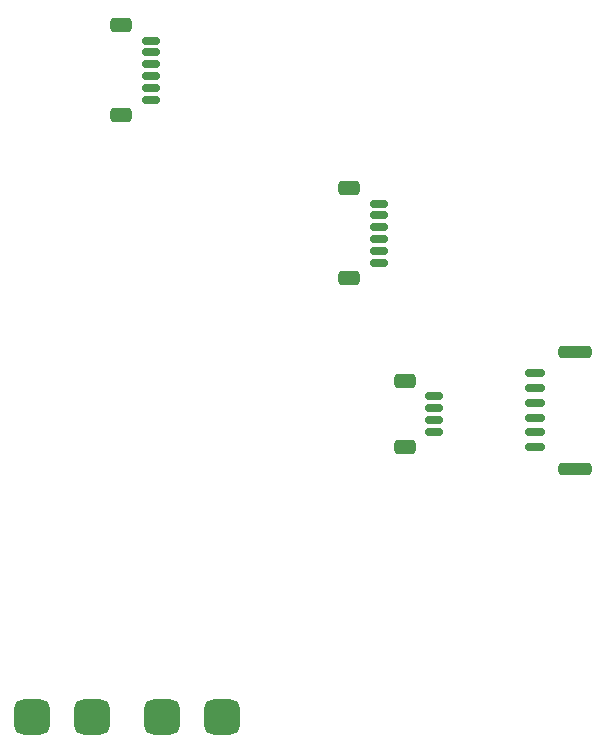
<source format=gbr>
%TF.GenerationSoftware,KiCad,Pcbnew,7.0.10*%
%TF.CreationDate,2024-04-25T20:56:43+02:00*%
%TF.ProjectId,LL PCB,4c4c2050-4342-42e6-9b69-6361645f7063,rev?*%
%TF.SameCoordinates,Original*%
%TF.FileFunction,Paste,Top*%
%TF.FilePolarity,Positive*%
%FSLAX46Y46*%
G04 Gerber Fmt 4.6, Leading zero omitted, Abs format (unit mm)*
G04 Created by KiCad (PCBNEW 7.0.10) date 2024-04-25 20:56:43*
%MOMM*%
%LPD*%
G01*
G04 APERTURE LIST*
G04 Aperture macros list*
%AMRoundRect*
0 Rectangle with rounded corners*
0 $1 Rounding radius*
0 $2 $3 $4 $5 $6 $7 $8 $9 X,Y pos of 4 corners*
0 Add a 4 corners polygon primitive as box body*
4,1,4,$2,$3,$4,$5,$6,$7,$8,$9,$2,$3,0*
0 Add four circle primitives for the rounded corners*
1,1,$1+$1,$2,$3*
1,1,$1+$1,$4,$5*
1,1,$1+$1,$6,$7*
1,1,$1+$1,$8,$9*
0 Add four rect primitives between the rounded corners*
20,1,$1+$1,$2,$3,$4,$5,0*
20,1,$1+$1,$4,$5,$6,$7,0*
20,1,$1+$1,$6,$7,$8,$9,0*
20,1,$1+$1,$8,$9,$2,$3,0*%
G04 Aperture macros list end*
%ADD10RoundRect,0.150000X0.625000X-0.150000X0.625000X0.150000X-0.625000X0.150000X-0.625000X-0.150000X0*%
%ADD11RoundRect,0.250000X0.650000X-0.350000X0.650000X0.350000X-0.650000X0.350000X-0.650000X-0.350000X0*%
%ADD12RoundRect,0.150000X-0.700000X0.150000X-0.700000X-0.150000X0.700000X-0.150000X0.700000X0.150000X0*%
%ADD13RoundRect,0.250000X-1.150000X0.250000X-1.150000X-0.250000X1.150000X-0.250000X1.150000X0.250000X0*%
%ADD14RoundRect,0.750000X-0.750000X-0.750000X0.750000X-0.750000X0.750000X0.750000X-0.750000X0.750000X0*%
G04 APERTURE END LIST*
D10*
%TO.C,GPS BBB*%
X168825000Y-93500000D03*
X168825000Y-92500000D03*
X168825000Y-91500000D03*
X168825000Y-90500000D03*
X168825000Y-89500000D03*
X168825000Y-88500000D03*
D11*
X166300000Y-94800000D03*
X166300000Y-87200000D03*
%TD*%
D10*
%TO.C,SPI_BBB*%
X149500000Y-79700000D03*
X149500000Y-78700000D03*
X149500000Y-77700000D03*
X149500000Y-76700000D03*
X149500000Y-75700000D03*
X149500000Y-74700000D03*
D11*
X146975000Y-81000000D03*
X146975000Y-73400000D03*
%TD*%
D12*
%TO.C,TEL Device*%
X182050000Y-102875000D03*
X182050000Y-104125000D03*
X182050000Y-105375000D03*
X182050000Y-106625000D03*
X182050000Y-107875000D03*
X182050000Y-109125000D03*
D13*
X185400000Y-101025000D03*
X185400000Y-110975000D03*
%TD*%
D14*
%TO.C,J4*%
X150460000Y-132000000D03*
X155540000Y-132000000D03*
%TD*%
%TO.C,J3*%
X139460000Y-132000000D03*
X144540000Y-132000000D03*
%TD*%
D10*
%TO.C,TEL BBB*%
X173525000Y-107800000D03*
X173525000Y-106800000D03*
X173525000Y-105800000D03*
X173525000Y-104800000D03*
D11*
X171000000Y-109100000D03*
X171000000Y-103500000D03*
%TD*%
M02*

</source>
